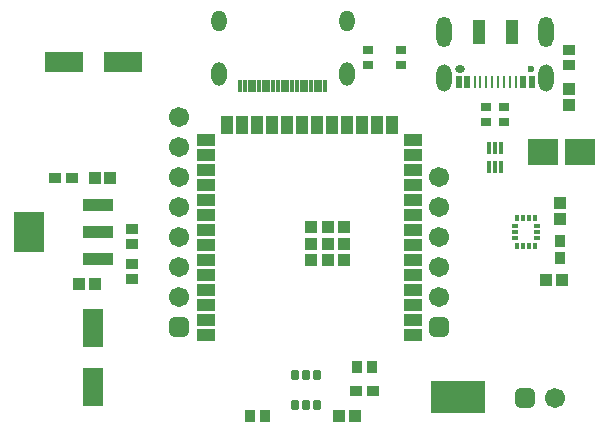
<source format=gts>
G04*
G04 #@! TF.GenerationSoftware,Altium Limited,Altium Designer,25.2.1 (25)*
G04*
G04 Layer_Color=8388736*
%FSLAX25Y25*%
%MOIN*%
G70*
G04*
G04 #@! TF.SameCoordinates,1EA917CA-CC95-4D02-909B-EEF24D63748B*
G04*
G04*
G04 #@! TF.FilePolarity,Negative*
G04*
G01*
G75*
%ADD28R,0.03812X0.03963*%
%ADD30R,0.03937X0.07874*%
%ADD31R,0.01063X0.03937*%
%ADD32R,0.02047X0.03937*%
%ADD33R,0.01181X0.03898*%
%ADD40R,0.03963X0.03812*%
%ADD42R,0.06306X0.03943*%
%ADD43R,0.03943X0.06306*%
%ADD44R,0.03943X0.03943*%
%ADD45R,0.10046X0.08865*%
%ADD46R,0.18268X0.10512*%
%ADD47R,0.01306X0.04337*%
%ADD48R,0.04337X0.03943*%
%ADD49R,0.03747X0.03156*%
%ADD50R,0.02264X0.01378*%
%ADD51R,0.01378X0.02264*%
%ADD52R,0.03943X0.04337*%
%ADD53R,0.12998X0.06699*%
%ADD54R,0.04140X0.03747*%
%ADD55R,0.03747X0.04140*%
G04:AMPARAMS|DCode=56|XSize=25.65mil|YSize=35.5mil|CornerRadius=3.95mil|HoleSize=0mil|Usage=FLASHONLY|Rotation=0.000|XOffset=0mil|YOffset=0mil|HoleType=Round|Shape=RoundedRectangle|*
%AMROUNDEDRECTD56*
21,1,0.02565,0.02760,0,0,0.0*
21,1,0.01776,0.03550,0,0,0.0*
1,1,0.00790,0.00888,-0.01380*
1,1,0.00790,-0.00888,-0.01380*
1,1,0.00790,-0.00888,0.01380*
1,1,0.00790,0.00888,0.01380*
%
%ADD56ROUNDEDRECTD56*%
%ADD57R,0.09849X0.04337*%
%ADD58R,0.09849X0.13392*%
%ADD59R,0.06699X0.12998*%
%ADD60C,0.06699*%
G04:AMPARAMS|DCode=61|XSize=66.99mil|YSize=66.99mil|CornerRadius=17.75mil|HoleSize=0mil|Usage=FLASHONLY|Rotation=0.000|XOffset=0mil|YOffset=0mil|HoleType=Round|Shape=RoundedRectangle|*
%AMROUNDEDRECTD61*
21,1,0.06699,0.03150,0,0,0.0*
21,1,0.03150,0.06699,0,0,0.0*
1,1,0.03550,0.01575,-0.01575*
1,1,0.03550,-0.01575,-0.01575*
1,1,0.03550,-0.01575,0.01575*
1,1,0.03550,0.01575,0.01575*
%
%ADD61ROUNDEDRECTD61*%
%ADD62O,0.05124X0.07880*%
%ADD63O,0.05124X0.07093*%
G04:AMPARAMS|DCode=64|XSize=66.99mil|YSize=66.99mil|CornerRadius=17.75mil|HoleSize=0mil|Usage=FLASHONLY|Rotation=90.000|XOffset=0mil|YOffset=0mil|HoleType=Round|Shape=RoundedRectangle|*
%AMROUNDEDRECTD64*
21,1,0.06699,0.03150,0,0,90.0*
21,1,0.03150,0.06699,0,0,90.0*
1,1,0.03550,0.01575,0.01575*
1,1,0.03550,0.01575,-0.01575*
1,1,0.03550,-0.01575,-0.01575*
1,1,0.03550,-0.01575,0.01575*
%
%ADD64ROUNDEDRECTD64*%
G04:AMPARAMS|DCode=65|XSize=33.47mil|YSize=23.62mil|CornerRadius=11.81mil|HoleSize=0mil|Usage=FLASHONLY|Rotation=180.000|XOffset=0mil|YOffset=0mil|HoleType=Round|Shape=RoundedRectangle|*
%AMROUNDEDRECTD65*
21,1,0.03347,0.00000,0,0,180.0*
21,1,0.00984,0.02362,0,0,180.0*
1,1,0.02362,-0.00492,0.00000*
1,1,0.02362,0.00492,0.00000*
1,1,0.02362,0.00492,0.00000*
1,1,0.02362,-0.00492,0.00000*
%
%ADD65ROUNDEDRECTD65*%
%ADD66C,0.02362*%
G04:AMPARAMS|DCode=67|XSize=51.18mil|YSize=102.36mil|CornerRadius=25.59mil|HoleSize=0mil|Usage=FLASHONLY|Rotation=180.000|XOffset=0mil|YOffset=0mil|HoleType=Round|Shape=RoundedRectangle|*
%AMROUNDEDRECTD67*
21,1,0.05118,0.05118,0,0,180.0*
21,1,0.00000,0.10236,0,0,180.0*
1,1,0.05118,0.00000,0.02559*
1,1,0.05118,0.00000,0.02559*
1,1,0.05118,0.00000,-0.02559*
1,1,0.05118,0.00000,-0.02559*
%
%ADD67ROUNDEDRECTD67*%
G04:AMPARAMS|DCode=68|XSize=51.18mil|YSize=90.55mil|CornerRadius=25.59mil|HoleSize=0mil|Usage=FLASHONLY|Rotation=180.000|XOffset=0mil|YOffset=0mil|HoleType=Round|Shape=RoundedRectangle|*
%AMROUNDEDRECTD68*
21,1,0.05118,0.03937,0,0,180.0*
21,1,0.00000,0.09055,0,0,180.0*
1,1,0.05118,0.00000,0.01968*
1,1,0.05118,0.00000,0.01968*
1,1,0.05118,0.00000,-0.01968*
1,1,0.05118,0.00000,-0.01968*
%
%ADD68ROUNDEDRECTD68*%
D28*
X193898Y58788D02*
D03*
Y64504D02*
D03*
D30*
X166732Y134006D02*
D03*
X177756D02*
D03*
D31*
X165354Y117471D02*
D03*
X167323D02*
D03*
X169291D02*
D03*
X171260D02*
D03*
X173228D02*
D03*
X175197D02*
D03*
X177165D02*
D03*
X179134D02*
D03*
D32*
X162992D02*
D03*
X160039D02*
D03*
X181496D02*
D03*
X184449D02*
D03*
D33*
X174210Y89075D02*
D03*
X172242D02*
D03*
X170273D02*
D03*
Y95414D02*
D03*
X172242D02*
D03*
X174210D02*
D03*
D40*
X131440Y14492D02*
D03*
X125725D02*
D03*
X25489Y85412D02*
D03*
X31204D02*
D03*
D42*
X75984Y33189D02*
D03*
Y38189D02*
D03*
Y43189D02*
D03*
Y48189D02*
D03*
Y53189D02*
D03*
Y58189D02*
D03*
Y63189D02*
D03*
Y68189D02*
D03*
Y73189D02*
D03*
Y78189D02*
D03*
Y83189D02*
D03*
Y88189D02*
D03*
Y93189D02*
D03*
Y98189D02*
D03*
X144882D02*
D03*
Y93189D02*
D03*
Y88189D02*
D03*
Y83189D02*
D03*
Y78189D02*
D03*
Y73189D02*
D03*
Y68189D02*
D03*
Y63189D02*
D03*
Y58189D02*
D03*
Y53189D02*
D03*
Y48189D02*
D03*
Y43189D02*
D03*
Y38189D02*
D03*
Y33189D02*
D03*
D43*
X82933Y103110D02*
D03*
X87933D02*
D03*
X92933D02*
D03*
X97933D02*
D03*
X102933D02*
D03*
X107933D02*
D03*
X112933D02*
D03*
X117933D02*
D03*
X122933D02*
D03*
X127933D02*
D03*
X132933D02*
D03*
X137933D02*
D03*
D44*
X110827Y58071D02*
D03*
X116339D02*
D03*
X121850D02*
D03*
X110827Y69095D02*
D03*
X116339D02*
D03*
X121850D02*
D03*
X110827Y63583D02*
D03*
X121850D02*
D03*
X116339D02*
D03*
D45*
X200527Y94213D02*
D03*
X188125D02*
D03*
D46*
X159735Y12524D02*
D03*
D47*
X115551Y116142D02*
D03*
X113976D02*
D03*
X112402D02*
D03*
X110827D02*
D03*
X109252D02*
D03*
X107677D02*
D03*
X106102D02*
D03*
X104528D02*
D03*
X102953D02*
D03*
X101378D02*
D03*
X99803D02*
D03*
X98228D02*
D03*
X96654D02*
D03*
X95079D02*
D03*
X93504D02*
D03*
X91929D02*
D03*
X90354D02*
D03*
X88780D02*
D03*
X87205D02*
D03*
D48*
X196850Y109887D02*
D03*
Y115202D02*
D03*
X193898Y71809D02*
D03*
Y77124D02*
D03*
D49*
X169291Y109134D02*
D03*
Y104212D02*
D03*
X175197Y109134D02*
D03*
Y104212D02*
D03*
X129921Y128189D02*
D03*
Y123268D02*
D03*
X140965Y128189D02*
D03*
Y123268D02*
D03*
D50*
X178887Y65608D02*
D03*
Y67576D02*
D03*
Y69545D02*
D03*
X186072D02*
D03*
Y67576D02*
D03*
Y65608D02*
D03*
D51*
X179527Y72153D02*
D03*
X181496D02*
D03*
X183464D02*
D03*
X185433D02*
D03*
Y62999D02*
D03*
X183464D02*
D03*
X181496D02*
D03*
X179527D02*
D03*
D52*
X194432Y51396D02*
D03*
X189117D02*
D03*
X125590Y6114D02*
D03*
X120275D02*
D03*
X38679Y85412D02*
D03*
X43994D02*
D03*
X33562Y50197D02*
D03*
X38877D02*
D03*
D53*
X28346Y124008D02*
D03*
X48031D02*
D03*
D54*
X196850Y123169D02*
D03*
Y128288D02*
D03*
X51181Y63387D02*
D03*
Y68506D02*
D03*
X51181Y51760D02*
D03*
Y56878D02*
D03*
D55*
X95492Y6327D02*
D03*
X90374D02*
D03*
X126024Y22639D02*
D03*
X131142D02*
D03*
D56*
X112962Y9807D02*
D03*
X109222D02*
D03*
X105482D02*
D03*
Y19847D02*
D03*
X109222D02*
D03*
X112962D02*
D03*
D57*
X39764Y58453D02*
D03*
Y67508D02*
D03*
Y76563D02*
D03*
D58*
X16929Y67508D02*
D03*
D59*
X38189Y15748D02*
D03*
Y35433D02*
D03*
D60*
X192185Y12313D02*
D03*
X153543Y65866D02*
D03*
Y45866D02*
D03*
Y55866D02*
D03*
Y75866D02*
D03*
Y85866D02*
D03*
X66929D02*
D03*
Y65866D02*
D03*
Y45866D02*
D03*
Y55866D02*
D03*
Y75866D02*
D03*
Y95866D02*
D03*
Y105866D02*
D03*
D61*
X182185Y12313D02*
D03*
D62*
X122736Y120276D02*
D03*
X80020D02*
D03*
D63*
X122736Y137992D02*
D03*
X80020D02*
D03*
D64*
X153543Y35866D02*
D03*
X66929D02*
D03*
D65*
X160433Y121801D02*
D03*
D66*
X184055D02*
D03*
D67*
X155236Y134006D02*
D03*
X189252D02*
D03*
D68*
X155236Y118947D02*
D03*
X189252D02*
D03*
M02*

</source>
